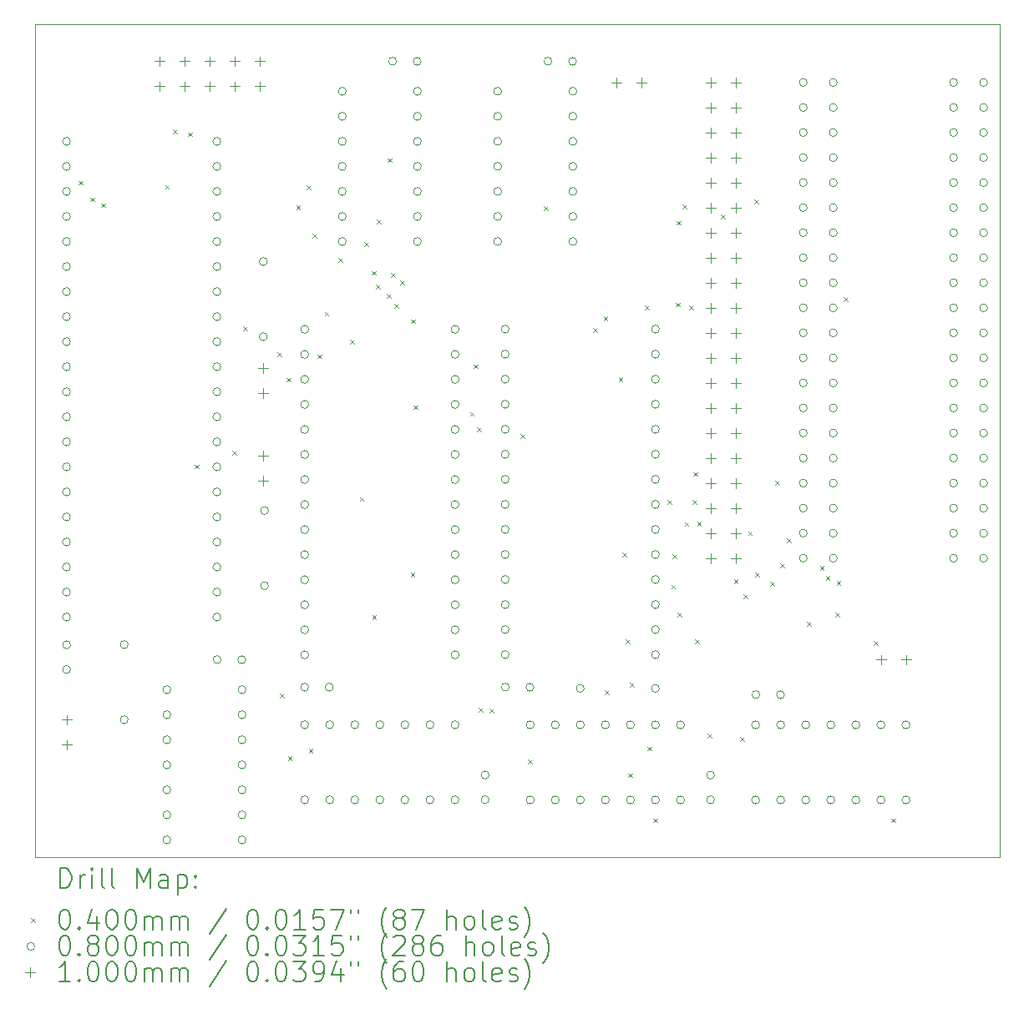
<source format=gbr>
%TF.GenerationSoftware,KiCad,Pcbnew,(6.0.11)*%
%TF.CreationDate,2024-05-04T19:15:54+02:00*%
%TF.ProjectId,dolphindos3-kicad,646f6c70-6869-46e6-946f-73332d6b6963,2*%
%TF.SameCoordinates,Original*%
%TF.FileFunction,Drillmap*%
%TF.FilePolarity,Positive*%
%FSLAX45Y45*%
G04 Gerber Fmt 4.5, Leading zero omitted, Abs format (unit mm)*
G04 Created by KiCad (PCBNEW (6.0.11)) date 2024-05-04 19:15:54*
%MOMM*%
%LPD*%
G01*
G04 APERTURE LIST*
%ADD10C,0.050000*%
%ADD11C,0.200000*%
%ADD12C,0.040000*%
%ADD13C,0.080000*%
%ADD14C,0.100000*%
G04 APERTURE END LIST*
D10*
X5344160Y-7095490D02*
X15123160Y-7095490D01*
X15123160Y-7095490D02*
X15123160Y-15540990D01*
X15123160Y-15540990D02*
X5344160Y-15540990D01*
X5344160Y-15540990D02*
X5344160Y-7095490D01*
D11*
D12*
X5787460Y-8679570D02*
X5827460Y-8719570D01*
X5827460Y-8679570D02*
X5787460Y-8719570D01*
X5906740Y-8849950D02*
X5946740Y-8889950D01*
X5946740Y-8849950D02*
X5906740Y-8889950D01*
X6017410Y-8908780D02*
X6057410Y-8948780D01*
X6057410Y-8908780D02*
X6017410Y-8948780D01*
X6662590Y-8721620D02*
X6702590Y-8761620D01*
X6702590Y-8721620D02*
X6662590Y-8761620D01*
X6741190Y-8159170D02*
X6781190Y-8199170D01*
X6781190Y-8159170D02*
X6741190Y-8199170D01*
X6897060Y-8190380D02*
X6937060Y-8230380D01*
X6937060Y-8190380D02*
X6897060Y-8230380D01*
X6962280Y-11558290D02*
X7002280Y-11598290D01*
X7002280Y-11558290D02*
X6962280Y-11598290D01*
X7346170Y-11421090D02*
X7386170Y-11461090D01*
X7386170Y-11421090D02*
X7346170Y-11461090D01*
X7454740Y-10158820D02*
X7494740Y-10198820D01*
X7494740Y-10158820D02*
X7454740Y-10198820D01*
X7799250Y-10420280D02*
X7839250Y-10460280D01*
X7839250Y-10420280D02*
X7799250Y-10460280D01*
X7825810Y-13880810D02*
X7865810Y-13920810D01*
X7865810Y-13880810D02*
X7825810Y-13920810D01*
X7897490Y-10677290D02*
X7937490Y-10717290D01*
X7937490Y-10677290D02*
X7897490Y-10717290D01*
X7906190Y-14515110D02*
X7946190Y-14555110D01*
X7946190Y-14515110D02*
X7906190Y-14555110D01*
X7990940Y-8928410D02*
X8030940Y-8968410D01*
X8030940Y-8928410D02*
X7990940Y-8968410D01*
X8099670Y-8724220D02*
X8139670Y-8764220D01*
X8139670Y-8724220D02*
X8099670Y-8764220D01*
X8118140Y-14439600D02*
X8158140Y-14479600D01*
X8158140Y-14439600D02*
X8118140Y-14479600D01*
X8154250Y-9220850D02*
X8194250Y-9260850D01*
X8194250Y-9220850D02*
X8154250Y-9260850D01*
X8207340Y-10442060D02*
X8247340Y-10482060D01*
X8247340Y-10442060D02*
X8207340Y-10482060D01*
X8280040Y-10010630D02*
X8320040Y-10050630D01*
X8320040Y-10010630D02*
X8280040Y-10050630D01*
X8421090Y-9466080D02*
X8461090Y-9506080D01*
X8461090Y-9466080D02*
X8421090Y-9506080D01*
X8540010Y-10295930D02*
X8580010Y-10335930D01*
X8580010Y-10295930D02*
X8540010Y-10335930D01*
X8634580Y-11890160D02*
X8674580Y-11930160D01*
X8674580Y-11890160D02*
X8634580Y-11930160D01*
X8681970Y-9304810D02*
X8721970Y-9344810D01*
X8721970Y-9304810D02*
X8681970Y-9344810D01*
X8760220Y-9595670D02*
X8800220Y-9635670D01*
X8800220Y-9595670D02*
X8760220Y-9635670D01*
X8763010Y-13087780D02*
X8803010Y-13127780D01*
X8803010Y-13087780D02*
X8763010Y-13127780D01*
X8798600Y-9736920D02*
X8838600Y-9776920D01*
X8838600Y-9736920D02*
X8798600Y-9776920D01*
X8809510Y-9076210D02*
X8849510Y-9116210D01*
X8849510Y-9076210D02*
X8809510Y-9116210D01*
X8908110Y-9827990D02*
X8948110Y-9867990D01*
X8948110Y-9827990D02*
X8908110Y-9867990D01*
X8919390Y-8452640D02*
X8959390Y-8492640D01*
X8959390Y-8452640D02*
X8919390Y-8492640D01*
X8952600Y-9615620D02*
X8992600Y-9655620D01*
X8992600Y-9615620D02*
X8952600Y-9655620D01*
X8986750Y-9929560D02*
X9026750Y-9969560D01*
X9026750Y-9929560D02*
X8986750Y-9969560D01*
X9046440Y-9689660D02*
X9086440Y-9729660D01*
X9086440Y-9689660D02*
X9046440Y-9729660D01*
X9152040Y-12654400D02*
X9192040Y-12694400D01*
X9192040Y-12654400D02*
X9152040Y-12694400D01*
X9155650Y-10086070D02*
X9195650Y-10126070D01*
X9195650Y-10086070D02*
X9155650Y-10126070D01*
X9184450Y-10958410D02*
X9224450Y-10998410D01*
X9224450Y-10958410D02*
X9184450Y-10998410D01*
X9752390Y-11024860D02*
X9792390Y-11064860D01*
X9792390Y-11024860D02*
X9752390Y-11064860D01*
X9793630Y-10543740D02*
X9833630Y-10583740D01*
X9833630Y-10543740D02*
X9793630Y-10583740D01*
X9826060Y-11182900D02*
X9866060Y-11222900D01*
X9866060Y-11182900D02*
X9826060Y-11222900D01*
X9843430Y-14028450D02*
X9883430Y-14068450D01*
X9883430Y-14028450D02*
X9843430Y-14068450D01*
X9951820Y-14033620D02*
X9991820Y-14073620D01*
X9991820Y-14033620D02*
X9951820Y-14073620D01*
X10262240Y-11251880D02*
X10302240Y-11291880D01*
X10302240Y-11251880D02*
X10262240Y-11291880D01*
X10343700Y-14554390D02*
X10383700Y-14594390D01*
X10383700Y-14554390D02*
X10343700Y-14594390D01*
X10500990Y-8941500D02*
X10540990Y-8981500D01*
X10540990Y-8941500D02*
X10500990Y-8981500D01*
X11004130Y-10174130D02*
X11044130Y-10214130D01*
X11044130Y-10174130D02*
X11004130Y-10214130D01*
X11107660Y-10056140D02*
X11147660Y-10096140D01*
X11147660Y-10056140D02*
X11107660Y-10096140D01*
X11122490Y-13850860D02*
X11162490Y-13890860D01*
X11162490Y-13850860D02*
X11122490Y-13890860D01*
X11261040Y-10673310D02*
X11301040Y-10713310D01*
X11301040Y-10673310D02*
X11261040Y-10713310D01*
X11297720Y-12451400D02*
X11337720Y-12491400D01*
X11337720Y-12451400D02*
X11297720Y-12491400D01*
X11329550Y-13334890D02*
X11369550Y-13374890D01*
X11369550Y-13334890D02*
X11329550Y-13374890D01*
X11356820Y-14690600D02*
X11396820Y-14730600D01*
X11396820Y-14690600D02*
X11356820Y-14730600D01*
X11373830Y-13771670D02*
X11413830Y-13811670D01*
X11413830Y-13771670D02*
X11373830Y-13811670D01*
X11524310Y-9947800D02*
X11564310Y-9987800D01*
X11564310Y-9947800D02*
X11524310Y-9987800D01*
X11550100Y-14419550D02*
X11590100Y-14459550D01*
X11590100Y-14419550D02*
X11550100Y-14459550D01*
X11613700Y-15149730D02*
X11653700Y-15189730D01*
X11653700Y-15149730D02*
X11613700Y-15189730D01*
X11754430Y-11920580D02*
X11794430Y-11960580D01*
X11794430Y-11920580D02*
X11754430Y-11960580D01*
X11793970Y-12777650D02*
X11833970Y-12817650D01*
X11833970Y-12777650D02*
X11793970Y-12817650D01*
X11804050Y-12467620D02*
X11844050Y-12507620D01*
X11844050Y-12467620D02*
X11804050Y-12507620D01*
X11837220Y-9916840D02*
X11877220Y-9956840D01*
X11877220Y-9916840D02*
X11837220Y-9956840D01*
X11846250Y-9087690D02*
X11886250Y-9127690D01*
X11886250Y-9087690D02*
X11846250Y-9127690D01*
X11854770Y-13058780D02*
X11894770Y-13098780D01*
X11894770Y-13058780D02*
X11854770Y-13098780D01*
X11910210Y-8919010D02*
X11950210Y-8959010D01*
X11950210Y-8919010D02*
X11910210Y-8959010D01*
X11929450Y-12143410D02*
X11969450Y-12183410D01*
X11969450Y-12143410D02*
X11929450Y-12183410D01*
X11977680Y-9949000D02*
X12017680Y-9989000D01*
X12017680Y-9949000D02*
X11977680Y-9989000D01*
X12006720Y-11918240D02*
X12046720Y-11958240D01*
X12046720Y-11918240D02*
X12006720Y-11958240D01*
X12017060Y-11636070D02*
X12057060Y-11676070D01*
X12057060Y-11636070D02*
X12017060Y-11676070D01*
X12037440Y-13334890D02*
X12077440Y-13374890D01*
X12077440Y-13334890D02*
X12037440Y-13374890D01*
X12055670Y-12139080D02*
X12095670Y-12179080D01*
X12095670Y-12139080D02*
X12055670Y-12179080D01*
X12160350Y-14292290D02*
X12200350Y-14332290D01*
X12200350Y-14292290D02*
X12160350Y-14332290D01*
X12299010Y-9022210D02*
X12339010Y-9062210D01*
X12339010Y-9022210D02*
X12299010Y-9062210D01*
X12427520Y-12725740D02*
X12467520Y-12765740D01*
X12467520Y-12725740D02*
X12427520Y-12765740D01*
X12492890Y-14322140D02*
X12532890Y-14362140D01*
X12532890Y-14322140D02*
X12492890Y-14362140D01*
X12527050Y-12875970D02*
X12567050Y-12915970D01*
X12567050Y-12875970D02*
X12527050Y-12915970D01*
X12572610Y-12235560D02*
X12612610Y-12275560D01*
X12612610Y-12235560D02*
X12572610Y-12275560D01*
X12636300Y-8869360D02*
X12676300Y-8909360D01*
X12676300Y-8869360D02*
X12636300Y-8909360D01*
X12645280Y-12653170D02*
X12685280Y-12693170D01*
X12685280Y-12653170D02*
X12645280Y-12693170D01*
X12798600Y-12748250D02*
X12838600Y-12788250D01*
X12838600Y-12748250D02*
X12798600Y-12788250D01*
X12844580Y-11727000D02*
X12884580Y-11767000D01*
X12884580Y-11727000D02*
X12844580Y-11767000D01*
X12896010Y-12563620D02*
X12936010Y-12603620D01*
X12936010Y-12563620D02*
X12896010Y-12603620D01*
X12967140Y-12309060D02*
X13007140Y-12349060D01*
X13007140Y-12309060D02*
X12967140Y-12349060D01*
X13166690Y-13153580D02*
X13206690Y-13193580D01*
X13206690Y-13153580D02*
X13166690Y-13193580D01*
X13300500Y-12587340D02*
X13340500Y-12627340D01*
X13340500Y-12587340D02*
X13300500Y-12627340D01*
X13360300Y-12686500D02*
X13400300Y-12726500D01*
X13400300Y-12686500D02*
X13360300Y-12726500D01*
X13456510Y-13063910D02*
X13496510Y-13103910D01*
X13496510Y-13063910D02*
X13456510Y-13103910D01*
X13468850Y-12741620D02*
X13508850Y-12781620D01*
X13508850Y-12741620D02*
X13468850Y-12781620D01*
X13541950Y-9863090D02*
X13581950Y-9903090D01*
X13581950Y-9863090D02*
X13541950Y-9903090D01*
X13846180Y-13348170D02*
X13886180Y-13388170D01*
X13886180Y-13348170D02*
X13846180Y-13388170D01*
X14026200Y-15149730D02*
X14066200Y-15189730D01*
X14066200Y-15149730D02*
X14026200Y-15189730D01*
D13*
X5703700Y-8280400D02*
G75*
G03*
X5703700Y-8280400I-40000J0D01*
G01*
X5703700Y-8534400D02*
G75*
G03*
X5703700Y-8534400I-40000J0D01*
G01*
X5703700Y-8788400D02*
G75*
G03*
X5703700Y-8788400I-40000J0D01*
G01*
X5703700Y-9042400D02*
G75*
G03*
X5703700Y-9042400I-40000J0D01*
G01*
X5703700Y-9296400D02*
G75*
G03*
X5703700Y-9296400I-40000J0D01*
G01*
X5703700Y-9550400D02*
G75*
G03*
X5703700Y-9550400I-40000J0D01*
G01*
X5703700Y-9804400D02*
G75*
G03*
X5703700Y-9804400I-40000J0D01*
G01*
X5703700Y-10058400D02*
G75*
G03*
X5703700Y-10058400I-40000J0D01*
G01*
X5703700Y-10312400D02*
G75*
G03*
X5703700Y-10312400I-40000J0D01*
G01*
X5703700Y-10566400D02*
G75*
G03*
X5703700Y-10566400I-40000J0D01*
G01*
X5703700Y-10820400D02*
G75*
G03*
X5703700Y-10820400I-40000J0D01*
G01*
X5703700Y-11074400D02*
G75*
G03*
X5703700Y-11074400I-40000J0D01*
G01*
X5703700Y-11328400D02*
G75*
G03*
X5703700Y-11328400I-40000J0D01*
G01*
X5703700Y-11582400D02*
G75*
G03*
X5703700Y-11582400I-40000J0D01*
G01*
X5703700Y-11836400D02*
G75*
G03*
X5703700Y-11836400I-40000J0D01*
G01*
X5703700Y-12090400D02*
G75*
G03*
X5703700Y-12090400I-40000J0D01*
G01*
X5703700Y-12344400D02*
G75*
G03*
X5703700Y-12344400I-40000J0D01*
G01*
X5703700Y-12598400D02*
G75*
G03*
X5703700Y-12598400I-40000J0D01*
G01*
X5703700Y-12852400D02*
G75*
G03*
X5703700Y-12852400I-40000J0D01*
G01*
X5703700Y-13106400D02*
G75*
G03*
X5703700Y-13106400I-40000J0D01*
G01*
X5704200Y-13387800D02*
G75*
G03*
X5704200Y-13387800I-40000J0D01*
G01*
X5704200Y-13637800D02*
G75*
G03*
X5704200Y-13637800I-40000J0D01*
G01*
X6288400Y-13385800D02*
G75*
G03*
X6288400Y-13385800I-40000J0D01*
G01*
X6288400Y-14147800D02*
G75*
G03*
X6288400Y-14147800I-40000J0D01*
G01*
X6720200Y-13843000D02*
G75*
G03*
X6720200Y-13843000I-40000J0D01*
G01*
X6720200Y-14097000D02*
G75*
G03*
X6720200Y-14097000I-40000J0D01*
G01*
X6720200Y-14351000D02*
G75*
G03*
X6720200Y-14351000I-40000J0D01*
G01*
X6720200Y-14605000D02*
G75*
G03*
X6720200Y-14605000I-40000J0D01*
G01*
X6720200Y-14859000D02*
G75*
G03*
X6720200Y-14859000I-40000J0D01*
G01*
X6720200Y-15113000D02*
G75*
G03*
X6720200Y-15113000I-40000J0D01*
G01*
X6720200Y-15367000D02*
G75*
G03*
X6720200Y-15367000I-40000J0D01*
G01*
X7227700Y-8280400D02*
G75*
G03*
X7227700Y-8280400I-40000J0D01*
G01*
X7227700Y-8534400D02*
G75*
G03*
X7227700Y-8534400I-40000J0D01*
G01*
X7227700Y-8788400D02*
G75*
G03*
X7227700Y-8788400I-40000J0D01*
G01*
X7227700Y-9042400D02*
G75*
G03*
X7227700Y-9042400I-40000J0D01*
G01*
X7227700Y-9296400D02*
G75*
G03*
X7227700Y-9296400I-40000J0D01*
G01*
X7227700Y-9550400D02*
G75*
G03*
X7227700Y-9550400I-40000J0D01*
G01*
X7227700Y-9804400D02*
G75*
G03*
X7227700Y-9804400I-40000J0D01*
G01*
X7227700Y-10058400D02*
G75*
G03*
X7227700Y-10058400I-40000J0D01*
G01*
X7227700Y-10312400D02*
G75*
G03*
X7227700Y-10312400I-40000J0D01*
G01*
X7227700Y-10566400D02*
G75*
G03*
X7227700Y-10566400I-40000J0D01*
G01*
X7227700Y-10820400D02*
G75*
G03*
X7227700Y-10820400I-40000J0D01*
G01*
X7227700Y-11074400D02*
G75*
G03*
X7227700Y-11074400I-40000J0D01*
G01*
X7227700Y-11328400D02*
G75*
G03*
X7227700Y-11328400I-40000J0D01*
G01*
X7227700Y-11582400D02*
G75*
G03*
X7227700Y-11582400I-40000J0D01*
G01*
X7227700Y-11836400D02*
G75*
G03*
X7227700Y-11836400I-40000J0D01*
G01*
X7227700Y-12090400D02*
G75*
G03*
X7227700Y-12090400I-40000J0D01*
G01*
X7227700Y-12344400D02*
G75*
G03*
X7227700Y-12344400I-40000J0D01*
G01*
X7227700Y-12598400D02*
G75*
G03*
X7227700Y-12598400I-40000J0D01*
G01*
X7227700Y-12852400D02*
G75*
G03*
X7227700Y-12852400I-40000J0D01*
G01*
X7227700Y-13106400D02*
G75*
G03*
X7227700Y-13106400I-40000J0D01*
G01*
X7229700Y-13538200D02*
G75*
G03*
X7229700Y-13538200I-40000J0D01*
G01*
X7479700Y-13538200D02*
G75*
G03*
X7479700Y-13538200I-40000J0D01*
G01*
X7482200Y-13843000D02*
G75*
G03*
X7482200Y-13843000I-40000J0D01*
G01*
X7482200Y-14097000D02*
G75*
G03*
X7482200Y-14097000I-40000J0D01*
G01*
X7482200Y-14351000D02*
G75*
G03*
X7482200Y-14351000I-40000J0D01*
G01*
X7482200Y-14605000D02*
G75*
G03*
X7482200Y-14605000I-40000J0D01*
G01*
X7482200Y-14859000D02*
G75*
G03*
X7482200Y-14859000I-40000J0D01*
G01*
X7482200Y-15113000D02*
G75*
G03*
X7482200Y-15113000I-40000J0D01*
G01*
X7482200Y-15367000D02*
G75*
G03*
X7482200Y-15367000I-40000J0D01*
G01*
X7698100Y-9499600D02*
G75*
G03*
X7698100Y-9499600I-40000J0D01*
G01*
X7698100Y-10261600D02*
G75*
G03*
X7698100Y-10261600I-40000J0D01*
G01*
X7710800Y-12026900D02*
G75*
G03*
X7710800Y-12026900I-40000J0D01*
G01*
X7710800Y-12788900D02*
G75*
G03*
X7710800Y-12788900I-40000J0D01*
G01*
X8117200Y-13817600D02*
G75*
G03*
X8117200Y-13817600I-40000J0D01*
G01*
X8117200Y-14198600D02*
G75*
G03*
X8117200Y-14198600I-40000J0D01*
G01*
X8117200Y-14960600D02*
G75*
G03*
X8117200Y-14960600I-40000J0D01*
G01*
X8117700Y-10186900D02*
G75*
G03*
X8117700Y-10186900I-40000J0D01*
G01*
X8117700Y-10440900D02*
G75*
G03*
X8117700Y-10440900I-40000J0D01*
G01*
X8117700Y-10694900D02*
G75*
G03*
X8117700Y-10694900I-40000J0D01*
G01*
X8117700Y-10948900D02*
G75*
G03*
X8117700Y-10948900I-40000J0D01*
G01*
X8117700Y-11202900D02*
G75*
G03*
X8117700Y-11202900I-40000J0D01*
G01*
X8117700Y-11456900D02*
G75*
G03*
X8117700Y-11456900I-40000J0D01*
G01*
X8117700Y-11710900D02*
G75*
G03*
X8117700Y-11710900I-40000J0D01*
G01*
X8117700Y-11964900D02*
G75*
G03*
X8117700Y-11964900I-40000J0D01*
G01*
X8117700Y-12218900D02*
G75*
G03*
X8117700Y-12218900I-40000J0D01*
G01*
X8117700Y-12472900D02*
G75*
G03*
X8117700Y-12472900I-40000J0D01*
G01*
X8117700Y-12726900D02*
G75*
G03*
X8117700Y-12726900I-40000J0D01*
G01*
X8117700Y-12980900D02*
G75*
G03*
X8117700Y-12980900I-40000J0D01*
G01*
X8117700Y-13234900D02*
G75*
G03*
X8117700Y-13234900I-40000J0D01*
G01*
X8117700Y-13488900D02*
G75*
G03*
X8117700Y-13488900I-40000J0D01*
G01*
X8367200Y-13817600D02*
G75*
G03*
X8367200Y-13817600I-40000J0D01*
G01*
X8371200Y-14198600D02*
G75*
G03*
X8371200Y-14198600I-40000J0D01*
G01*
X8371200Y-14960600D02*
G75*
G03*
X8371200Y-14960600I-40000J0D01*
G01*
X8498200Y-7772400D02*
G75*
G03*
X8498200Y-7772400I-40000J0D01*
G01*
X8498200Y-8026400D02*
G75*
G03*
X8498200Y-8026400I-40000J0D01*
G01*
X8498200Y-8280400D02*
G75*
G03*
X8498200Y-8280400I-40000J0D01*
G01*
X8498200Y-8534400D02*
G75*
G03*
X8498200Y-8534400I-40000J0D01*
G01*
X8498200Y-8788400D02*
G75*
G03*
X8498200Y-8788400I-40000J0D01*
G01*
X8498200Y-9042400D02*
G75*
G03*
X8498200Y-9042400I-40000J0D01*
G01*
X8498200Y-9296400D02*
G75*
G03*
X8498200Y-9296400I-40000J0D01*
G01*
X8625200Y-14198600D02*
G75*
G03*
X8625200Y-14198600I-40000J0D01*
G01*
X8625200Y-14960600D02*
G75*
G03*
X8625200Y-14960600I-40000J0D01*
G01*
X8879200Y-14198600D02*
G75*
G03*
X8879200Y-14198600I-40000J0D01*
G01*
X8879200Y-14960600D02*
G75*
G03*
X8879200Y-14960600I-40000J0D01*
G01*
X9008200Y-7467600D02*
G75*
G03*
X9008200Y-7467600I-40000J0D01*
G01*
X9133200Y-14198600D02*
G75*
G03*
X9133200Y-14198600I-40000J0D01*
G01*
X9133200Y-14960600D02*
G75*
G03*
X9133200Y-14960600I-40000J0D01*
G01*
X9258200Y-7467600D02*
G75*
G03*
X9258200Y-7467600I-40000J0D01*
G01*
X9260200Y-7772400D02*
G75*
G03*
X9260200Y-7772400I-40000J0D01*
G01*
X9260200Y-8026400D02*
G75*
G03*
X9260200Y-8026400I-40000J0D01*
G01*
X9260200Y-8280400D02*
G75*
G03*
X9260200Y-8280400I-40000J0D01*
G01*
X9260200Y-8534400D02*
G75*
G03*
X9260200Y-8534400I-40000J0D01*
G01*
X9260200Y-8788400D02*
G75*
G03*
X9260200Y-8788400I-40000J0D01*
G01*
X9260200Y-9042400D02*
G75*
G03*
X9260200Y-9042400I-40000J0D01*
G01*
X9260200Y-9296400D02*
G75*
G03*
X9260200Y-9296400I-40000J0D01*
G01*
X9387200Y-14198600D02*
G75*
G03*
X9387200Y-14198600I-40000J0D01*
G01*
X9387200Y-14960600D02*
G75*
G03*
X9387200Y-14960600I-40000J0D01*
G01*
X9641200Y-14198600D02*
G75*
G03*
X9641200Y-14198600I-40000J0D01*
G01*
X9641200Y-14960600D02*
G75*
G03*
X9641200Y-14960600I-40000J0D01*
G01*
X9641700Y-10186900D02*
G75*
G03*
X9641700Y-10186900I-40000J0D01*
G01*
X9641700Y-10440900D02*
G75*
G03*
X9641700Y-10440900I-40000J0D01*
G01*
X9641700Y-10694900D02*
G75*
G03*
X9641700Y-10694900I-40000J0D01*
G01*
X9641700Y-10948900D02*
G75*
G03*
X9641700Y-10948900I-40000J0D01*
G01*
X9641700Y-11202900D02*
G75*
G03*
X9641700Y-11202900I-40000J0D01*
G01*
X9641700Y-11456900D02*
G75*
G03*
X9641700Y-11456900I-40000J0D01*
G01*
X9641700Y-11710900D02*
G75*
G03*
X9641700Y-11710900I-40000J0D01*
G01*
X9641700Y-11964900D02*
G75*
G03*
X9641700Y-11964900I-40000J0D01*
G01*
X9641700Y-12218900D02*
G75*
G03*
X9641700Y-12218900I-40000J0D01*
G01*
X9641700Y-12472900D02*
G75*
G03*
X9641700Y-12472900I-40000J0D01*
G01*
X9641700Y-12726900D02*
G75*
G03*
X9641700Y-12726900I-40000J0D01*
G01*
X9641700Y-12980900D02*
G75*
G03*
X9641700Y-12980900I-40000J0D01*
G01*
X9641700Y-13234900D02*
G75*
G03*
X9641700Y-13234900I-40000J0D01*
G01*
X9641700Y-13488900D02*
G75*
G03*
X9641700Y-13488900I-40000J0D01*
G01*
X9946000Y-14708600D02*
G75*
G03*
X9946000Y-14708600I-40000J0D01*
G01*
X9946000Y-14958600D02*
G75*
G03*
X9946000Y-14958600I-40000J0D01*
G01*
X10074000Y-7771900D02*
G75*
G03*
X10074000Y-7771900I-40000J0D01*
G01*
X10074000Y-8025900D02*
G75*
G03*
X10074000Y-8025900I-40000J0D01*
G01*
X10074000Y-8279900D02*
G75*
G03*
X10074000Y-8279900I-40000J0D01*
G01*
X10074000Y-8533900D02*
G75*
G03*
X10074000Y-8533900I-40000J0D01*
G01*
X10074000Y-8787900D02*
G75*
G03*
X10074000Y-8787900I-40000J0D01*
G01*
X10074000Y-9041900D02*
G75*
G03*
X10074000Y-9041900I-40000J0D01*
G01*
X10074000Y-9295900D02*
G75*
G03*
X10074000Y-9295900I-40000J0D01*
G01*
X10149200Y-10185400D02*
G75*
G03*
X10149200Y-10185400I-40000J0D01*
G01*
X10149200Y-10439400D02*
G75*
G03*
X10149200Y-10439400I-40000J0D01*
G01*
X10149200Y-10693400D02*
G75*
G03*
X10149200Y-10693400I-40000J0D01*
G01*
X10149200Y-10947400D02*
G75*
G03*
X10149200Y-10947400I-40000J0D01*
G01*
X10149200Y-11201400D02*
G75*
G03*
X10149200Y-11201400I-40000J0D01*
G01*
X10149200Y-11455400D02*
G75*
G03*
X10149200Y-11455400I-40000J0D01*
G01*
X10149200Y-11709400D02*
G75*
G03*
X10149200Y-11709400I-40000J0D01*
G01*
X10149200Y-11963400D02*
G75*
G03*
X10149200Y-11963400I-40000J0D01*
G01*
X10149200Y-12217400D02*
G75*
G03*
X10149200Y-12217400I-40000J0D01*
G01*
X10149200Y-12471400D02*
G75*
G03*
X10149200Y-12471400I-40000J0D01*
G01*
X10149200Y-12725400D02*
G75*
G03*
X10149200Y-12725400I-40000J0D01*
G01*
X10149200Y-12979400D02*
G75*
G03*
X10149200Y-12979400I-40000J0D01*
G01*
X10149200Y-13233400D02*
G75*
G03*
X10149200Y-13233400I-40000J0D01*
G01*
X10149200Y-13487400D02*
G75*
G03*
X10149200Y-13487400I-40000J0D01*
G01*
X10151200Y-13817600D02*
G75*
G03*
X10151200Y-13817600I-40000J0D01*
G01*
X10401200Y-13817600D02*
G75*
G03*
X10401200Y-13817600I-40000J0D01*
G01*
X10403700Y-14199600D02*
G75*
G03*
X10403700Y-14199600I-40000J0D01*
G01*
X10403700Y-14961600D02*
G75*
G03*
X10403700Y-14961600I-40000J0D01*
G01*
X10583000Y-7467600D02*
G75*
G03*
X10583000Y-7467600I-40000J0D01*
G01*
X10657700Y-14199600D02*
G75*
G03*
X10657700Y-14199600I-40000J0D01*
G01*
X10657700Y-14961600D02*
G75*
G03*
X10657700Y-14961600I-40000J0D01*
G01*
X10833000Y-7467600D02*
G75*
G03*
X10833000Y-7467600I-40000J0D01*
G01*
X10836000Y-7771900D02*
G75*
G03*
X10836000Y-7771900I-40000J0D01*
G01*
X10836000Y-8025900D02*
G75*
G03*
X10836000Y-8025900I-40000J0D01*
G01*
X10836000Y-8279900D02*
G75*
G03*
X10836000Y-8279900I-40000J0D01*
G01*
X10836000Y-8533900D02*
G75*
G03*
X10836000Y-8533900I-40000J0D01*
G01*
X10836000Y-8787900D02*
G75*
G03*
X10836000Y-8787900I-40000J0D01*
G01*
X10836000Y-9041900D02*
G75*
G03*
X10836000Y-9041900I-40000J0D01*
G01*
X10836000Y-9295900D02*
G75*
G03*
X10836000Y-9295900I-40000J0D01*
G01*
X10911200Y-13830300D02*
G75*
G03*
X10911200Y-13830300I-40000J0D01*
G01*
X10911700Y-14199600D02*
G75*
G03*
X10911700Y-14199600I-40000J0D01*
G01*
X10911700Y-14961600D02*
G75*
G03*
X10911700Y-14961600I-40000J0D01*
G01*
X11165700Y-14199600D02*
G75*
G03*
X11165700Y-14199600I-40000J0D01*
G01*
X11165700Y-14961600D02*
G75*
G03*
X11165700Y-14961600I-40000J0D01*
G01*
X11419700Y-14199600D02*
G75*
G03*
X11419700Y-14199600I-40000J0D01*
G01*
X11419700Y-14961600D02*
G75*
G03*
X11419700Y-14961600I-40000J0D01*
G01*
X11673200Y-10185400D02*
G75*
G03*
X11673200Y-10185400I-40000J0D01*
G01*
X11673200Y-10439400D02*
G75*
G03*
X11673200Y-10439400I-40000J0D01*
G01*
X11673200Y-10693400D02*
G75*
G03*
X11673200Y-10693400I-40000J0D01*
G01*
X11673200Y-10947400D02*
G75*
G03*
X11673200Y-10947400I-40000J0D01*
G01*
X11673200Y-11201400D02*
G75*
G03*
X11673200Y-11201400I-40000J0D01*
G01*
X11673200Y-11455400D02*
G75*
G03*
X11673200Y-11455400I-40000J0D01*
G01*
X11673200Y-11709400D02*
G75*
G03*
X11673200Y-11709400I-40000J0D01*
G01*
X11673200Y-11963400D02*
G75*
G03*
X11673200Y-11963400I-40000J0D01*
G01*
X11673200Y-12217400D02*
G75*
G03*
X11673200Y-12217400I-40000J0D01*
G01*
X11673200Y-12471400D02*
G75*
G03*
X11673200Y-12471400I-40000J0D01*
G01*
X11673200Y-12725400D02*
G75*
G03*
X11673200Y-12725400I-40000J0D01*
G01*
X11673200Y-12979400D02*
G75*
G03*
X11673200Y-12979400I-40000J0D01*
G01*
X11673200Y-13233400D02*
G75*
G03*
X11673200Y-13233400I-40000J0D01*
G01*
X11673200Y-13487400D02*
G75*
G03*
X11673200Y-13487400I-40000J0D01*
G01*
X11673200Y-13830300D02*
G75*
G03*
X11673200Y-13830300I-40000J0D01*
G01*
X11673700Y-14199600D02*
G75*
G03*
X11673700Y-14199600I-40000J0D01*
G01*
X11673700Y-14961600D02*
G75*
G03*
X11673700Y-14961600I-40000J0D01*
G01*
X11927700Y-14199600D02*
G75*
G03*
X11927700Y-14199600I-40000J0D01*
G01*
X11927700Y-14961600D02*
G75*
G03*
X11927700Y-14961600I-40000J0D01*
G01*
X12232000Y-14710600D02*
G75*
G03*
X12232000Y-14710600I-40000J0D01*
G01*
X12232000Y-14960600D02*
G75*
G03*
X12232000Y-14960600I-40000J0D01*
G01*
X12689200Y-14199600D02*
G75*
G03*
X12689200Y-14199600I-40000J0D01*
G01*
X12689200Y-14961600D02*
G75*
G03*
X12689200Y-14961600I-40000J0D01*
G01*
X12691200Y-13893800D02*
G75*
G03*
X12691200Y-13893800I-40000J0D01*
G01*
X12941200Y-13893800D02*
G75*
G03*
X12941200Y-13893800I-40000J0D01*
G01*
X12943200Y-14199600D02*
G75*
G03*
X12943200Y-14199600I-40000J0D01*
G01*
X12943200Y-14961600D02*
G75*
G03*
X12943200Y-14961600I-40000J0D01*
G01*
X13171800Y-7683000D02*
G75*
G03*
X13171800Y-7683000I-40000J0D01*
G01*
X13171800Y-7937000D02*
G75*
G03*
X13171800Y-7937000I-40000J0D01*
G01*
X13171800Y-8191000D02*
G75*
G03*
X13171800Y-8191000I-40000J0D01*
G01*
X13171800Y-8445000D02*
G75*
G03*
X13171800Y-8445000I-40000J0D01*
G01*
X13171800Y-8699000D02*
G75*
G03*
X13171800Y-8699000I-40000J0D01*
G01*
X13171800Y-8953000D02*
G75*
G03*
X13171800Y-8953000I-40000J0D01*
G01*
X13171800Y-9207000D02*
G75*
G03*
X13171800Y-9207000I-40000J0D01*
G01*
X13171800Y-9461000D02*
G75*
G03*
X13171800Y-9461000I-40000J0D01*
G01*
X13171800Y-9715000D02*
G75*
G03*
X13171800Y-9715000I-40000J0D01*
G01*
X13171800Y-9969000D02*
G75*
G03*
X13171800Y-9969000I-40000J0D01*
G01*
X13171800Y-10223000D02*
G75*
G03*
X13171800Y-10223000I-40000J0D01*
G01*
X13171800Y-10477000D02*
G75*
G03*
X13171800Y-10477000I-40000J0D01*
G01*
X13171800Y-10731000D02*
G75*
G03*
X13171800Y-10731000I-40000J0D01*
G01*
X13171800Y-10985000D02*
G75*
G03*
X13171800Y-10985000I-40000J0D01*
G01*
X13171800Y-11239000D02*
G75*
G03*
X13171800Y-11239000I-40000J0D01*
G01*
X13171800Y-11493000D02*
G75*
G03*
X13171800Y-11493000I-40000J0D01*
G01*
X13171800Y-11747000D02*
G75*
G03*
X13171800Y-11747000I-40000J0D01*
G01*
X13171800Y-12001000D02*
G75*
G03*
X13171800Y-12001000I-40000J0D01*
G01*
X13171800Y-12255000D02*
G75*
G03*
X13171800Y-12255000I-40000J0D01*
G01*
X13171800Y-12509000D02*
G75*
G03*
X13171800Y-12509000I-40000J0D01*
G01*
X13197200Y-14199600D02*
G75*
G03*
X13197200Y-14199600I-40000J0D01*
G01*
X13197200Y-14961600D02*
G75*
G03*
X13197200Y-14961600I-40000J0D01*
G01*
X13451200Y-14199600D02*
G75*
G03*
X13451200Y-14199600I-40000J0D01*
G01*
X13451200Y-14961600D02*
G75*
G03*
X13451200Y-14961600I-40000J0D01*
G01*
X13476100Y-7683500D02*
G75*
G03*
X13476100Y-7683500I-40000J0D01*
G01*
X13476100Y-7937500D02*
G75*
G03*
X13476100Y-7937500I-40000J0D01*
G01*
X13476100Y-8191500D02*
G75*
G03*
X13476100Y-8191500I-40000J0D01*
G01*
X13476100Y-8445500D02*
G75*
G03*
X13476100Y-8445500I-40000J0D01*
G01*
X13476100Y-8699500D02*
G75*
G03*
X13476100Y-8699500I-40000J0D01*
G01*
X13476100Y-8953500D02*
G75*
G03*
X13476100Y-8953500I-40000J0D01*
G01*
X13476100Y-9207500D02*
G75*
G03*
X13476100Y-9207500I-40000J0D01*
G01*
X13476100Y-9461500D02*
G75*
G03*
X13476100Y-9461500I-40000J0D01*
G01*
X13476100Y-9715500D02*
G75*
G03*
X13476100Y-9715500I-40000J0D01*
G01*
X13476100Y-9969500D02*
G75*
G03*
X13476100Y-9969500I-40000J0D01*
G01*
X13476100Y-10223500D02*
G75*
G03*
X13476100Y-10223500I-40000J0D01*
G01*
X13476100Y-10477500D02*
G75*
G03*
X13476100Y-10477500I-40000J0D01*
G01*
X13476100Y-10731500D02*
G75*
G03*
X13476100Y-10731500I-40000J0D01*
G01*
X13476100Y-10985500D02*
G75*
G03*
X13476100Y-10985500I-40000J0D01*
G01*
X13476100Y-11239500D02*
G75*
G03*
X13476100Y-11239500I-40000J0D01*
G01*
X13476100Y-11493500D02*
G75*
G03*
X13476100Y-11493500I-40000J0D01*
G01*
X13476100Y-11747500D02*
G75*
G03*
X13476100Y-11747500I-40000J0D01*
G01*
X13476100Y-12001500D02*
G75*
G03*
X13476100Y-12001500I-40000J0D01*
G01*
X13476100Y-12255500D02*
G75*
G03*
X13476100Y-12255500I-40000J0D01*
G01*
X13476100Y-12509500D02*
G75*
G03*
X13476100Y-12509500I-40000J0D01*
G01*
X13705200Y-14199600D02*
G75*
G03*
X13705200Y-14199600I-40000J0D01*
G01*
X13705200Y-14961600D02*
G75*
G03*
X13705200Y-14961600I-40000J0D01*
G01*
X13959200Y-14199600D02*
G75*
G03*
X13959200Y-14199600I-40000J0D01*
G01*
X13959200Y-14961600D02*
G75*
G03*
X13959200Y-14961600I-40000J0D01*
G01*
X14213200Y-14199600D02*
G75*
G03*
X14213200Y-14199600I-40000J0D01*
G01*
X14213200Y-14961600D02*
G75*
G03*
X14213200Y-14961600I-40000J0D01*
G01*
X14695800Y-7683000D02*
G75*
G03*
X14695800Y-7683000I-40000J0D01*
G01*
X14695800Y-7937000D02*
G75*
G03*
X14695800Y-7937000I-40000J0D01*
G01*
X14695800Y-8191000D02*
G75*
G03*
X14695800Y-8191000I-40000J0D01*
G01*
X14695800Y-8445000D02*
G75*
G03*
X14695800Y-8445000I-40000J0D01*
G01*
X14695800Y-8699000D02*
G75*
G03*
X14695800Y-8699000I-40000J0D01*
G01*
X14695800Y-8953000D02*
G75*
G03*
X14695800Y-8953000I-40000J0D01*
G01*
X14695800Y-9207000D02*
G75*
G03*
X14695800Y-9207000I-40000J0D01*
G01*
X14695800Y-9461000D02*
G75*
G03*
X14695800Y-9461000I-40000J0D01*
G01*
X14695800Y-9715000D02*
G75*
G03*
X14695800Y-9715000I-40000J0D01*
G01*
X14695800Y-9969000D02*
G75*
G03*
X14695800Y-9969000I-40000J0D01*
G01*
X14695800Y-10223000D02*
G75*
G03*
X14695800Y-10223000I-40000J0D01*
G01*
X14695800Y-10477000D02*
G75*
G03*
X14695800Y-10477000I-40000J0D01*
G01*
X14695800Y-10731000D02*
G75*
G03*
X14695800Y-10731000I-40000J0D01*
G01*
X14695800Y-10985000D02*
G75*
G03*
X14695800Y-10985000I-40000J0D01*
G01*
X14695800Y-11239000D02*
G75*
G03*
X14695800Y-11239000I-40000J0D01*
G01*
X14695800Y-11493000D02*
G75*
G03*
X14695800Y-11493000I-40000J0D01*
G01*
X14695800Y-11747000D02*
G75*
G03*
X14695800Y-11747000I-40000J0D01*
G01*
X14695800Y-12001000D02*
G75*
G03*
X14695800Y-12001000I-40000J0D01*
G01*
X14695800Y-12255000D02*
G75*
G03*
X14695800Y-12255000I-40000J0D01*
G01*
X14695800Y-12509000D02*
G75*
G03*
X14695800Y-12509000I-40000J0D01*
G01*
X15000100Y-7683500D02*
G75*
G03*
X15000100Y-7683500I-40000J0D01*
G01*
X15000100Y-7937500D02*
G75*
G03*
X15000100Y-7937500I-40000J0D01*
G01*
X15000100Y-8191500D02*
G75*
G03*
X15000100Y-8191500I-40000J0D01*
G01*
X15000100Y-8445500D02*
G75*
G03*
X15000100Y-8445500I-40000J0D01*
G01*
X15000100Y-8699500D02*
G75*
G03*
X15000100Y-8699500I-40000J0D01*
G01*
X15000100Y-8953500D02*
G75*
G03*
X15000100Y-8953500I-40000J0D01*
G01*
X15000100Y-9207500D02*
G75*
G03*
X15000100Y-9207500I-40000J0D01*
G01*
X15000100Y-9461500D02*
G75*
G03*
X15000100Y-9461500I-40000J0D01*
G01*
X15000100Y-9715500D02*
G75*
G03*
X15000100Y-9715500I-40000J0D01*
G01*
X15000100Y-9969500D02*
G75*
G03*
X15000100Y-9969500I-40000J0D01*
G01*
X15000100Y-10223500D02*
G75*
G03*
X15000100Y-10223500I-40000J0D01*
G01*
X15000100Y-10477500D02*
G75*
G03*
X15000100Y-10477500I-40000J0D01*
G01*
X15000100Y-10731500D02*
G75*
G03*
X15000100Y-10731500I-40000J0D01*
G01*
X15000100Y-10985500D02*
G75*
G03*
X15000100Y-10985500I-40000J0D01*
G01*
X15000100Y-11239500D02*
G75*
G03*
X15000100Y-11239500I-40000J0D01*
G01*
X15000100Y-11493500D02*
G75*
G03*
X15000100Y-11493500I-40000J0D01*
G01*
X15000100Y-11747500D02*
G75*
G03*
X15000100Y-11747500I-40000J0D01*
G01*
X15000100Y-12001500D02*
G75*
G03*
X15000100Y-12001500I-40000J0D01*
G01*
X15000100Y-12255500D02*
G75*
G03*
X15000100Y-12255500I-40000J0D01*
G01*
X15000100Y-12509500D02*
G75*
G03*
X15000100Y-12509500I-40000J0D01*
G01*
D14*
X5664200Y-14097800D02*
X5664200Y-14197800D01*
X5614200Y-14147800D02*
X5714200Y-14147800D01*
X5664200Y-14351800D02*
X5664200Y-14451800D01*
X5614200Y-14401800D02*
X5714200Y-14401800D01*
X6604000Y-7417600D02*
X6604000Y-7517600D01*
X6554000Y-7467600D02*
X6654000Y-7467600D01*
X6604000Y-7671600D02*
X6604000Y-7771600D01*
X6554000Y-7721600D02*
X6654000Y-7721600D01*
X6858000Y-7417600D02*
X6858000Y-7517600D01*
X6808000Y-7467600D02*
X6908000Y-7467600D01*
X6858000Y-7671600D02*
X6858000Y-7771600D01*
X6808000Y-7721600D02*
X6908000Y-7721600D01*
X7112000Y-7417600D02*
X7112000Y-7517600D01*
X7062000Y-7467600D02*
X7162000Y-7467600D01*
X7112000Y-7671600D02*
X7112000Y-7771600D01*
X7062000Y-7721600D02*
X7162000Y-7721600D01*
X7366000Y-7417600D02*
X7366000Y-7517600D01*
X7316000Y-7467600D02*
X7416000Y-7467600D01*
X7366000Y-7671600D02*
X7366000Y-7771600D01*
X7316000Y-7721600D02*
X7416000Y-7721600D01*
X7620000Y-7417600D02*
X7620000Y-7517600D01*
X7570000Y-7467600D02*
X7670000Y-7467600D01*
X7620000Y-7671600D02*
X7620000Y-7771600D01*
X7570000Y-7721600D02*
X7670000Y-7721600D01*
X7658100Y-10529600D02*
X7658100Y-10629600D01*
X7608100Y-10579600D02*
X7708100Y-10579600D01*
X7658100Y-10783600D02*
X7658100Y-10883600D01*
X7608100Y-10833600D02*
X7708100Y-10833600D01*
X7658100Y-11418100D02*
X7658100Y-11518100D01*
X7608100Y-11468100D02*
X7708100Y-11468100D01*
X7658100Y-11672100D02*
X7658100Y-11772100D01*
X7608100Y-11722100D02*
X7708100Y-11722100D01*
X11240000Y-7633500D02*
X11240000Y-7733500D01*
X11190000Y-7683500D02*
X11290000Y-7683500D01*
X11494000Y-7633500D02*
X11494000Y-7733500D01*
X11444000Y-7683500D02*
X11544000Y-7683500D01*
X12192000Y-7633000D02*
X12192000Y-7733000D01*
X12142000Y-7683000D02*
X12242000Y-7683000D01*
X12192000Y-7887000D02*
X12192000Y-7987000D01*
X12142000Y-7937000D02*
X12242000Y-7937000D01*
X12192000Y-8141000D02*
X12192000Y-8241000D01*
X12142000Y-8191000D02*
X12242000Y-8191000D01*
X12192000Y-8395000D02*
X12192000Y-8495000D01*
X12142000Y-8445000D02*
X12242000Y-8445000D01*
X12192000Y-8649000D02*
X12192000Y-8749000D01*
X12142000Y-8699000D02*
X12242000Y-8699000D01*
X12192000Y-8903000D02*
X12192000Y-9003000D01*
X12142000Y-8953000D02*
X12242000Y-8953000D01*
X12192000Y-9157000D02*
X12192000Y-9257000D01*
X12142000Y-9207000D02*
X12242000Y-9207000D01*
X12192000Y-9411000D02*
X12192000Y-9511000D01*
X12142000Y-9461000D02*
X12242000Y-9461000D01*
X12192000Y-9665000D02*
X12192000Y-9765000D01*
X12142000Y-9715000D02*
X12242000Y-9715000D01*
X12192000Y-9919000D02*
X12192000Y-10019000D01*
X12142000Y-9969000D02*
X12242000Y-9969000D01*
X12192000Y-10173000D02*
X12192000Y-10273000D01*
X12142000Y-10223000D02*
X12242000Y-10223000D01*
X12192000Y-10427000D02*
X12192000Y-10527000D01*
X12142000Y-10477000D02*
X12242000Y-10477000D01*
X12192000Y-10681000D02*
X12192000Y-10781000D01*
X12142000Y-10731000D02*
X12242000Y-10731000D01*
X12192000Y-10935000D02*
X12192000Y-11035000D01*
X12142000Y-10985000D02*
X12242000Y-10985000D01*
X12192000Y-11189000D02*
X12192000Y-11289000D01*
X12142000Y-11239000D02*
X12242000Y-11239000D01*
X12192000Y-11443000D02*
X12192000Y-11543000D01*
X12142000Y-11493000D02*
X12242000Y-11493000D01*
X12192000Y-11697000D02*
X12192000Y-11797000D01*
X12142000Y-11747000D02*
X12242000Y-11747000D01*
X12192000Y-11951000D02*
X12192000Y-12051000D01*
X12142000Y-12001000D02*
X12242000Y-12001000D01*
X12192000Y-12205000D02*
X12192000Y-12305000D01*
X12142000Y-12255000D02*
X12242000Y-12255000D01*
X12192000Y-12459000D02*
X12192000Y-12559000D01*
X12142000Y-12509000D02*
X12242000Y-12509000D01*
X12446000Y-7633000D02*
X12446000Y-7733000D01*
X12396000Y-7683000D02*
X12496000Y-7683000D01*
X12446000Y-7887000D02*
X12446000Y-7987000D01*
X12396000Y-7937000D02*
X12496000Y-7937000D01*
X12446000Y-8141000D02*
X12446000Y-8241000D01*
X12396000Y-8191000D02*
X12496000Y-8191000D01*
X12446000Y-8395000D02*
X12446000Y-8495000D01*
X12396000Y-8445000D02*
X12496000Y-8445000D01*
X12446000Y-8649000D02*
X12446000Y-8749000D01*
X12396000Y-8699000D02*
X12496000Y-8699000D01*
X12446000Y-8903000D02*
X12446000Y-9003000D01*
X12396000Y-8953000D02*
X12496000Y-8953000D01*
X12446000Y-9157000D02*
X12446000Y-9257000D01*
X12396000Y-9207000D02*
X12496000Y-9207000D01*
X12446000Y-9411000D02*
X12446000Y-9511000D01*
X12396000Y-9461000D02*
X12496000Y-9461000D01*
X12446000Y-9665000D02*
X12446000Y-9765000D01*
X12396000Y-9715000D02*
X12496000Y-9715000D01*
X12446000Y-9919000D02*
X12446000Y-10019000D01*
X12396000Y-9969000D02*
X12496000Y-9969000D01*
X12446000Y-10173000D02*
X12446000Y-10273000D01*
X12396000Y-10223000D02*
X12496000Y-10223000D01*
X12446000Y-10427000D02*
X12446000Y-10527000D01*
X12396000Y-10477000D02*
X12496000Y-10477000D01*
X12446000Y-10681000D02*
X12446000Y-10781000D01*
X12396000Y-10731000D02*
X12496000Y-10731000D01*
X12446000Y-10935000D02*
X12446000Y-11035000D01*
X12396000Y-10985000D02*
X12496000Y-10985000D01*
X12446000Y-11189000D02*
X12446000Y-11289000D01*
X12396000Y-11239000D02*
X12496000Y-11239000D01*
X12446000Y-11443000D02*
X12446000Y-11543000D01*
X12396000Y-11493000D02*
X12496000Y-11493000D01*
X12446000Y-11697000D02*
X12446000Y-11797000D01*
X12396000Y-11747000D02*
X12496000Y-11747000D01*
X12446000Y-11951000D02*
X12446000Y-12051000D01*
X12396000Y-12001000D02*
X12496000Y-12001000D01*
X12446000Y-12205000D02*
X12446000Y-12305000D01*
X12396000Y-12255000D02*
X12496000Y-12255000D01*
X12446000Y-12459000D02*
X12446000Y-12559000D01*
X12396000Y-12509000D02*
X12496000Y-12509000D01*
X13919200Y-13488200D02*
X13919200Y-13588200D01*
X13869200Y-13538200D02*
X13969200Y-13538200D01*
X14173200Y-13488200D02*
X14173200Y-13588200D01*
X14123200Y-13538200D02*
X14223200Y-13538200D01*
D11*
X5599279Y-15853966D02*
X5599279Y-15653966D01*
X5646898Y-15653966D01*
X5675469Y-15663490D01*
X5694517Y-15682538D01*
X5704041Y-15701585D01*
X5713565Y-15739680D01*
X5713565Y-15768252D01*
X5704041Y-15806347D01*
X5694517Y-15825395D01*
X5675469Y-15844442D01*
X5646898Y-15853966D01*
X5599279Y-15853966D01*
X5799279Y-15853966D02*
X5799279Y-15720633D01*
X5799279Y-15758728D02*
X5808803Y-15739680D01*
X5818327Y-15730157D01*
X5837374Y-15720633D01*
X5856422Y-15720633D01*
X5923088Y-15853966D02*
X5923088Y-15720633D01*
X5923088Y-15653966D02*
X5913565Y-15663490D01*
X5923088Y-15673014D01*
X5932612Y-15663490D01*
X5923088Y-15653966D01*
X5923088Y-15673014D01*
X6046898Y-15853966D02*
X6027850Y-15844442D01*
X6018327Y-15825395D01*
X6018327Y-15653966D01*
X6151660Y-15853966D02*
X6132612Y-15844442D01*
X6123088Y-15825395D01*
X6123088Y-15653966D01*
X6380231Y-15853966D02*
X6380231Y-15653966D01*
X6446898Y-15796823D01*
X6513565Y-15653966D01*
X6513565Y-15853966D01*
X6694517Y-15853966D02*
X6694517Y-15749204D01*
X6684993Y-15730157D01*
X6665946Y-15720633D01*
X6627850Y-15720633D01*
X6608803Y-15730157D01*
X6694517Y-15844442D02*
X6675469Y-15853966D01*
X6627850Y-15853966D01*
X6608803Y-15844442D01*
X6599279Y-15825395D01*
X6599279Y-15806347D01*
X6608803Y-15787299D01*
X6627850Y-15777776D01*
X6675469Y-15777776D01*
X6694517Y-15768252D01*
X6789755Y-15720633D02*
X6789755Y-15920633D01*
X6789755Y-15730157D02*
X6808803Y-15720633D01*
X6846898Y-15720633D01*
X6865946Y-15730157D01*
X6875469Y-15739680D01*
X6884993Y-15758728D01*
X6884993Y-15815871D01*
X6875469Y-15834918D01*
X6865946Y-15844442D01*
X6846898Y-15853966D01*
X6808803Y-15853966D01*
X6789755Y-15844442D01*
X6970708Y-15834918D02*
X6980231Y-15844442D01*
X6970708Y-15853966D01*
X6961184Y-15844442D01*
X6970708Y-15834918D01*
X6970708Y-15853966D01*
X6970708Y-15730157D02*
X6980231Y-15739680D01*
X6970708Y-15749204D01*
X6961184Y-15739680D01*
X6970708Y-15730157D01*
X6970708Y-15749204D01*
D12*
X5301660Y-16163490D02*
X5341660Y-16203490D01*
X5341660Y-16163490D02*
X5301660Y-16203490D01*
D11*
X5637374Y-16073966D02*
X5656422Y-16073966D01*
X5675469Y-16083490D01*
X5684993Y-16093014D01*
X5694517Y-16112061D01*
X5704041Y-16150157D01*
X5704041Y-16197776D01*
X5694517Y-16235871D01*
X5684993Y-16254918D01*
X5675469Y-16264442D01*
X5656422Y-16273966D01*
X5637374Y-16273966D01*
X5618327Y-16264442D01*
X5608803Y-16254918D01*
X5599279Y-16235871D01*
X5589755Y-16197776D01*
X5589755Y-16150157D01*
X5599279Y-16112061D01*
X5608803Y-16093014D01*
X5618327Y-16083490D01*
X5637374Y-16073966D01*
X5789755Y-16254918D02*
X5799279Y-16264442D01*
X5789755Y-16273966D01*
X5780231Y-16264442D01*
X5789755Y-16254918D01*
X5789755Y-16273966D01*
X5970708Y-16140633D02*
X5970708Y-16273966D01*
X5923088Y-16064442D02*
X5875469Y-16207299D01*
X5999279Y-16207299D01*
X6113565Y-16073966D02*
X6132612Y-16073966D01*
X6151660Y-16083490D01*
X6161184Y-16093014D01*
X6170708Y-16112061D01*
X6180231Y-16150157D01*
X6180231Y-16197776D01*
X6170708Y-16235871D01*
X6161184Y-16254918D01*
X6151660Y-16264442D01*
X6132612Y-16273966D01*
X6113565Y-16273966D01*
X6094517Y-16264442D01*
X6084993Y-16254918D01*
X6075469Y-16235871D01*
X6065946Y-16197776D01*
X6065946Y-16150157D01*
X6075469Y-16112061D01*
X6084993Y-16093014D01*
X6094517Y-16083490D01*
X6113565Y-16073966D01*
X6304041Y-16073966D02*
X6323088Y-16073966D01*
X6342136Y-16083490D01*
X6351660Y-16093014D01*
X6361184Y-16112061D01*
X6370708Y-16150157D01*
X6370708Y-16197776D01*
X6361184Y-16235871D01*
X6351660Y-16254918D01*
X6342136Y-16264442D01*
X6323088Y-16273966D01*
X6304041Y-16273966D01*
X6284993Y-16264442D01*
X6275469Y-16254918D01*
X6265946Y-16235871D01*
X6256422Y-16197776D01*
X6256422Y-16150157D01*
X6265946Y-16112061D01*
X6275469Y-16093014D01*
X6284993Y-16083490D01*
X6304041Y-16073966D01*
X6456422Y-16273966D02*
X6456422Y-16140633D01*
X6456422Y-16159680D02*
X6465946Y-16150157D01*
X6484993Y-16140633D01*
X6513565Y-16140633D01*
X6532612Y-16150157D01*
X6542136Y-16169204D01*
X6542136Y-16273966D01*
X6542136Y-16169204D02*
X6551660Y-16150157D01*
X6570708Y-16140633D01*
X6599279Y-16140633D01*
X6618327Y-16150157D01*
X6627850Y-16169204D01*
X6627850Y-16273966D01*
X6723088Y-16273966D02*
X6723088Y-16140633D01*
X6723088Y-16159680D02*
X6732612Y-16150157D01*
X6751660Y-16140633D01*
X6780231Y-16140633D01*
X6799279Y-16150157D01*
X6808803Y-16169204D01*
X6808803Y-16273966D01*
X6808803Y-16169204D02*
X6818327Y-16150157D01*
X6837374Y-16140633D01*
X6865946Y-16140633D01*
X6884993Y-16150157D01*
X6894517Y-16169204D01*
X6894517Y-16273966D01*
X7284993Y-16064442D02*
X7113565Y-16321585D01*
X7542136Y-16073966D02*
X7561184Y-16073966D01*
X7580231Y-16083490D01*
X7589755Y-16093014D01*
X7599279Y-16112061D01*
X7608803Y-16150157D01*
X7608803Y-16197776D01*
X7599279Y-16235871D01*
X7589755Y-16254918D01*
X7580231Y-16264442D01*
X7561184Y-16273966D01*
X7542136Y-16273966D01*
X7523088Y-16264442D01*
X7513565Y-16254918D01*
X7504041Y-16235871D01*
X7494517Y-16197776D01*
X7494517Y-16150157D01*
X7504041Y-16112061D01*
X7513565Y-16093014D01*
X7523088Y-16083490D01*
X7542136Y-16073966D01*
X7694517Y-16254918D02*
X7704041Y-16264442D01*
X7694517Y-16273966D01*
X7684993Y-16264442D01*
X7694517Y-16254918D01*
X7694517Y-16273966D01*
X7827850Y-16073966D02*
X7846898Y-16073966D01*
X7865946Y-16083490D01*
X7875469Y-16093014D01*
X7884993Y-16112061D01*
X7894517Y-16150157D01*
X7894517Y-16197776D01*
X7884993Y-16235871D01*
X7875469Y-16254918D01*
X7865946Y-16264442D01*
X7846898Y-16273966D01*
X7827850Y-16273966D01*
X7808803Y-16264442D01*
X7799279Y-16254918D01*
X7789755Y-16235871D01*
X7780231Y-16197776D01*
X7780231Y-16150157D01*
X7789755Y-16112061D01*
X7799279Y-16093014D01*
X7808803Y-16083490D01*
X7827850Y-16073966D01*
X8084993Y-16273966D02*
X7970708Y-16273966D01*
X8027850Y-16273966D02*
X8027850Y-16073966D01*
X8008803Y-16102538D01*
X7989755Y-16121585D01*
X7970708Y-16131109D01*
X8265946Y-16073966D02*
X8170708Y-16073966D01*
X8161184Y-16169204D01*
X8170708Y-16159680D01*
X8189755Y-16150157D01*
X8237374Y-16150157D01*
X8256422Y-16159680D01*
X8265946Y-16169204D01*
X8275469Y-16188252D01*
X8275469Y-16235871D01*
X8265946Y-16254918D01*
X8256422Y-16264442D01*
X8237374Y-16273966D01*
X8189755Y-16273966D01*
X8170708Y-16264442D01*
X8161184Y-16254918D01*
X8342136Y-16073966D02*
X8475470Y-16073966D01*
X8389755Y-16273966D01*
X8542136Y-16073966D02*
X8542136Y-16112061D01*
X8618327Y-16073966D02*
X8618327Y-16112061D01*
X8913565Y-16350157D02*
X8904041Y-16340633D01*
X8884993Y-16312061D01*
X8875470Y-16293014D01*
X8865946Y-16264442D01*
X8856422Y-16216823D01*
X8856422Y-16178728D01*
X8865946Y-16131109D01*
X8875470Y-16102538D01*
X8884993Y-16083490D01*
X8904041Y-16054918D01*
X8913565Y-16045395D01*
X9018327Y-16159680D02*
X8999279Y-16150157D01*
X8989755Y-16140633D01*
X8980231Y-16121585D01*
X8980231Y-16112061D01*
X8989755Y-16093014D01*
X8999279Y-16083490D01*
X9018327Y-16073966D01*
X9056422Y-16073966D01*
X9075470Y-16083490D01*
X9084993Y-16093014D01*
X9094517Y-16112061D01*
X9094517Y-16121585D01*
X9084993Y-16140633D01*
X9075470Y-16150157D01*
X9056422Y-16159680D01*
X9018327Y-16159680D01*
X8999279Y-16169204D01*
X8989755Y-16178728D01*
X8980231Y-16197776D01*
X8980231Y-16235871D01*
X8989755Y-16254918D01*
X8999279Y-16264442D01*
X9018327Y-16273966D01*
X9056422Y-16273966D01*
X9075470Y-16264442D01*
X9084993Y-16254918D01*
X9094517Y-16235871D01*
X9094517Y-16197776D01*
X9084993Y-16178728D01*
X9075470Y-16169204D01*
X9056422Y-16159680D01*
X9161184Y-16073966D02*
X9294517Y-16073966D01*
X9208803Y-16273966D01*
X9523089Y-16273966D02*
X9523089Y-16073966D01*
X9608803Y-16273966D02*
X9608803Y-16169204D01*
X9599279Y-16150157D01*
X9580231Y-16140633D01*
X9551660Y-16140633D01*
X9532612Y-16150157D01*
X9523089Y-16159680D01*
X9732612Y-16273966D02*
X9713565Y-16264442D01*
X9704041Y-16254918D01*
X9694517Y-16235871D01*
X9694517Y-16178728D01*
X9704041Y-16159680D01*
X9713565Y-16150157D01*
X9732612Y-16140633D01*
X9761184Y-16140633D01*
X9780231Y-16150157D01*
X9789755Y-16159680D01*
X9799279Y-16178728D01*
X9799279Y-16235871D01*
X9789755Y-16254918D01*
X9780231Y-16264442D01*
X9761184Y-16273966D01*
X9732612Y-16273966D01*
X9913565Y-16273966D02*
X9894517Y-16264442D01*
X9884993Y-16245395D01*
X9884993Y-16073966D01*
X10065946Y-16264442D02*
X10046898Y-16273966D01*
X10008803Y-16273966D01*
X9989755Y-16264442D01*
X9980231Y-16245395D01*
X9980231Y-16169204D01*
X9989755Y-16150157D01*
X10008803Y-16140633D01*
X10046898Y-16140633D01*
X10065946Y-16150157D01*
X10075470Y-16169204D01*
X10075470Y-16188252D01*
X9980231Y-16207299D01*
X10151660Y-16264442D02*
X10170708Y-16273966D01*
X10208803Y-16273966D01*
X10227850Y-16264442D01*
X10237374Y-16245395D01*
X10237374Y-16235871D01*
X10227850Y-16216823D01*
X10208803Y-16207299D01*
X10180231Y-16207299D01*
X10161184Y-16197776D01*
X10151660Y-16178728D01*
X10151660Y-16169204D01*
X10161184Y-16150157D01*
X10180231Y-16140633D01*
X10208803Y-16140633D01*
X10227850Y-16150157D01*
X10304041Y-16350157D02*
X10313565Y-16340633D01*
X10332612Y-16312061D01*
X10342136Y-16293014D01*
X10351660Y-16264442D01*
X10361184Y-16216823D01*
X10361184Y-16178728D01*
X10351660Y-16131109D01*
X10342136Y-16102538D01*
X10332612Y-16083490D01*
X10313565Y-16054918D01*
X10304041Y-16045395D01*
D13*
X5341660Y-16447490D02*
G75*
G03*
X5341660Y-16447490I-40000J0D01*
G01*
D11*
X5637374Y-16337966D02*
X5656422Y-16337966D01*
X5675469Y-16347490D01*
X5684993Y-16357014D01*
X5694517Y-16376061D01*
X5704041Y-16414157D01*
X5704041Y-16461776D01*
X5694517Y-16499871D01*
X5684993Y-16518918D01*
X5675469Y-16528442D01*
X5656422Y-16537966D01*
X5637374Y-16537966D01*
X5618327Y-16528442D01*
X5608803Y-16518918D01*
X5599279Y-16499871D01*
X5589755Y-16461776D01*
X5589755Y-16414157D01*
X5599279Y-16376061D01*
X5608803Y-16357014D01*
X5618327Y-16347490D01*
X5637374Y-16337966D01*
X5789755Y-16518918D02*
X5799279Y-16528442D01*
X5789755Y-16537966D01*
X5780231Y-16528442D01*
X5789755Y-16518918D01*
X5789755Y-16537966D01*
X5913565Y-16423680D02*
X5894517Y-16414157D01*
X5884993Y-16404633D01*
X5875469Y-16385585D01*
X5875469Y-16376061D01*
X5884993Y-16357014D01*
X5894517Y-16347490D01*
X5913565Y-16337966D01*
X5951660Y-16337966D01*
X5970708Y-16347490D01*
X5980231Y-16357014D01*
X5989755Y-16376061D01*
X5989755Y-16385585D01*
X5980231Y-16404633D01*
X5970708Y-16414157D01*
X5951660Y-16423680D01*
X5913565Y-16423680D01*
X5894517Y-16433204D01*
X5884993Y-16442728D01*
X5875469Y-16461776D01*
X5875469Y-16499871D01*
X5884993Y-16518918D01*
X5894517Y-16528442D01*
X5913565Y-16537966D01*
X5951660Y-16537966D01*
X5970708Y-16528442D01*
X5980231Y-16518918D01*
X5989755Y-16499871D01*
X5989755Y-16461776D01*
X5980231Y-16442728D01*
X5970708Y-16433204D01*
X5951660Y-16423680D01*
X6113565Y-16337966D02*
X6132612Y-16337966D01*
X6151660Y-16347490D01*
X6161184Y-16357014D01*
X6170708Y-16376061D01*
X6180231Y-16414157D01*
X6180231Y-16461776D01*
X6170708Y-16499871D01*
X6161184Y-16518918D01*
X6151660Y-16528442D01*
X6132612Y-16537966D01*
X6113565Y-16537966D01*
X6094517Y-16528442D01*
X6084993Y-16518918D01*
X6075469Y-16499871D01*
X6065946Y-16461776D01*
X6065946Y-16414157D01*
X6075469Y-16376061D01*
X6084993Y-16357014D01*
X6094517Y-16347490D01*
X6113565Y-16337966D01*
X6304041Y-16337966D02*
X6323088Y-16337966D01*
X6342136Y-16347490D01*
X6351660Y-16357014D01*
X6361184Y-16376061D01*
X6370708Y-16414157D01*
X6370708Y-16461776D01*
X6361184Y-16499871D01*
X6351660Y-16518918D01*
X6342136Y-16528442D01*
X6323088Y-16537966D01*
X6304041Y-16537966D01*
X6284993Y-16528442D01*
X6275469Y-16518918D01*
X6265946Y-16499871D01*
X6256422Y-16461776D01*
X6256422Y-16414157D01*
X6265946Y-16376061D01*
X6275469Y-16357014D01*
X6284993Y-16347490D01*
X6304041Y-16337966D01*
X6456422Y-16537966D02*
X6456422Y-16404633D01*
X6456422Y-16423680D02*
X6465946Y-16414157D01*
X6484993Y-16404633D01*
X6513565Y-16404633D01*
X6532612Y-16414157D01*
X6542136Y-16433204D01*
X6542136Y-16537966D01*
X6542136Y-16433204D02*
X6551660Y-16414157D01*
X6570708Y-16404633D01*
X6599279Y-16404633D01*
X6618327Y-16414157D01*
X6627850Y-16433204D01*
X6627850Y-16537966D01*
X6723088Y-16537966D02*
X6723088Y-16404633D01*
X6723088Y-16423680D02*
X6732612Y-16414157D01*
X6751660Y-16404633D01*
X6780231Y-16404633D01*
X6799279Y-16414157D01*
X6808803Y-16433204D01*
X6808803Y-16537966D01*
X6808803Y-16433204D02*
X6818327Y-16414157D01*
X6837374Y-16404633D01*
X6865946Y-16404633D01*
X6884993Y-16414157D01*
X6894517Y-16433204D01*
X6894517Y-16537966D01*
X7284993Y-16328442D02*
X7113565Y-16585585D01*
X7542136Y-16337966D02*
X7561184Y-16337966D01*
X7580231Y-16347490D01*
X7589755Y-16357014D01*
X7599279Y-16376061D01*
X7608803Y-16414157D01*
X7608803Y-16461776D01*
X7599279Y-16499871D01*
X7589755Y-16518918D01*
X7580231Y-16528442D01*
X7561184Y-16537966D01*
X7542136Y-16537966D01*
X7523088Y-16528442D01*
X7513565Y-16518918D01*
X7504041Y-16499871D01*
X7494517Y-16461776D01*
X7494517Y-16414157D01*
X7504041Y-16376061D01*
X7513565Y-16357014D01*
X7523088Y-16347490D01*
X7542136Y-16337966D01*
X7694517Y-16518918D02*
X7704041Y-16528442D01*
X7694517Y-16537966D01*
X7684993Y-16528442D01*
X7694517Y-16518918D01*
X7694517Y-16537966D01*
X7827850Y-16337966D02*
X7846898Y-16337966D01*
X7865946Y-16347490D01*
X7875469Y-16357014D01*
X7884993Y-16376061D01*
X7894517Y-16414157D01*
X7894517Y-16461776D01*
X7884993Y-16499871D01*
X7875469Y-16518918D01*
X7865946Y-16528442D01*
X7846898Y-16537966D01*
X7827850Y-16537966D01*
X7808803Y-16528442D01*
X7799279Y-16518918D01*
X7789755Y-16499871D01*
X7780231Y-16461776D01*
X7780231Y-16414157D01*
X7789755Y-16376061D01*
X7799279Y-16357014D01*
X7808803Y-16347490D01*
X7827850Y-16337966D01*
X7961184Y-16337966D02*
X8084993Y-16337966D01*
X8018327Y-16414157D01*
X8046898Y-16414157D01*
X8065946Y-16423680D01*
X8075469Y-16433204D01*
X8084993Y-16452252D01*
X8084993Y-16499871D01*
X8075469Y-16518918D01*
X8065946Y-16528442D01*
X8046898Y-16537966D01*
X7989755Y-16537966D01*
X7970708Y-16528442D01*
X7961184Y-16518918D01*
X8275469Y-16537966D02*
X8161184Y-16537966D01*
X8218327Y-16537966D02*
X8218327Y-16337966D01*
X8199279Y-16366538D01*
X8180231Y-16385585D01*
X8161184Y-16395109D01*
X8456422Y-16337966D02*
X8361184Y-16337966D01*
X8351660Y-16433204D01*
X8361184Y-16423680D01*
X8380231Y-16414157D01*
X8427850Y-16414157D01*
X8446898Y-16423680D01*
X8456422Y-16433204D01*
X8465946Y-16452252D01*
X8465946Y-16499871D01*
X8456422Y-16518918D01*
X8446898Y-16528442D01*
X8427850Y-16537966D01*
X8380231Y-16537966D01*
X8361184Y-16528442D01*
X8351660Y-16518918D01*
X8542136Y-16337966D02*
X8542136Y-16376061D01*
X8618327Y-16337966D02*
X8618327Y-16376061D01*
X8913565Y-16614157D02*
X8904041Y-16604633D01*
X8884993Y-16576061D01*
X8875470Y-16557014D01*
X8865946Y-16528442D01*
X8856422Y-16480823D01*
X8856422Y-16442728D01*
X8865946Y-16395109D01*
X8875470Y-16366538D01*
X8884993Y-16347490D01*
X8904041Y-16318918D01*
X8913565Y-16309395D01*
X8980231Y-16357014D02*
X8989755Y-16347490D01*
X9008803Y-16337966D01*
X9056422Y-16337966D01*
X9075470Y-16347490D01*
X9084993Y-16357014D01*
X9094517Y-16376061D01*
X9094517Y-16395109D01*
X9084993Y-16423680D01*
X8970708Y-16537966D01*
X9094517Y-16537966D01*
X9208803Y-16423680D02*
X9189755Y-16414157D01*
X9180231Y-16404633D01*
X9170708Y-16385585D01*
X9170708Y-16376061D01*
X9180231Y-16357014D01*
X9189755Y-16347490D01*
X9208803Y-16337966D01*
X9246898Y-16337966D01*
X9265946Y-16347490D01*
X9275470Y-16357014D01*
X9284993Y-16376061D01*
X9284993Y-16385585D01*
X9275470Y-16404633D01*
X9265946Y-16414157D01*
X9246898Y-16423680D01*
X9208803Y-16423680D01*
X9189755Y-16433204D01*
X9180231Y-16442728D01*
X9170708Y-16461776D01*
X9170708Y-16499871D01*
X9180231Y-16518918D01*
X9189755Y-16528442D01*
X9208803Y-16537966D01*
X9246898Y-16537966D01*
X9265946Y-16528442D01*
X9275470Y-16518918D01*
X9284993Y-16499871D01*
X9284993Y-16461776D01*
X9275470Y-16442728D01*
X9265946Y-16433204D01*
X9246898Y-16423680D01*
X9456422Y-16337966D02*
X9418327Y-16337966D01*
X9399279Y-16347490D01*
X9389755Y-16357014D01*
X9370708Y-16385585D01*
X9361184Y-16423680D01*
X9361184Y-16499871D01*
X9370708Y-16518918D01*
X9380231Y-16528442D01*
X9399279Y-16537966D01*
X9437374Y-16537966D01*
X9456422Y-16528442D01*
X9465946Y-16518918D01*
X9475470Y-16499871D01*
X9475470Y-16452252D01*
X9465946Y-16433204D01*
X9456422Y-16423680D01*
X9437374Y-16414157D01*
X9399279Y-16414157D01*
X9380231Y-16423680D01*
X9370708Y-16433204D01*
X9361184Y-16452252D01*
X9713565Y-16537966D02*
X9713565Y-16337966D01*
X9799279Y-16537966D02*
X9799279Y-16433204D01*
X9789755Y-16414157D01*
X9770708Y-16404633D01*
X9742136Y-16404633D01*
X9723089Y-16414157D01*
X9713565Y-16423680D01*
X9923089Y-16537966D02*
X9904041Y-16528442D01*
X9894517Y-16518918D01*
X9884993Y-16499871D01*
X9884993Y-16442728D01*
X9894517Y-16423680D01*
X9904041Y-16414157D01*
X9923089Y-16404633D01*
X9951660Y-16404633D01*
X9970708Y-16414157D01*
X9980231Y-16423680D01*
X9989755Y-16442728D01*
X9989755Y-16499871D01*
X9980231Y-16518918D01*
X9970708Y-16528442D01*
X9951660Y-16537966D01*
X9923089Y-16537966D01*
X10104041Y-16537966D02*
X10084993Y-16528442D01*
X10075470Y-16509395D01*
X10075470Y-16337966D01*
X10256422Y-16528442D02*
X10237374Y-16537966D01*
X10199279Y-16537966D01*
X10180231Y-16528442D01*
X10170708Y-16509395D01*
X10170708Y-16433204D01*
X10180231Y-16414157D01*
X10199279Y-16404633D01*
X10237374Y-16404633D01*
X10256422Y-16414157D01*
X10265946Y-16433204D01*
X10265946Y-16452252D01*
X10170708Y-16471299D01*
X10342136Y-16528442D02*
X10361184Y-16537966D01*
X10399279Y-16537966D01*
X10418327Y-16528442D01*
X10427850Y-16509395D01*
X10427850Y-16499871D01*
X10418327Y-16480823D01*
X10399279Y-16471299D01*
X10370708Y-16471299D01*
X10351660Y-16461776D01*
X10342136Y-16442728D01*
X10342136Y-16433204D01*
X10351660Y-16414157D01*
X10370708Y-16404633D01*
X10399279Y-16404633D01*
X10418327Y-16414157D01*
X10494517Y-16614157D02*
X10504041Y-16604633D01*
X10523089Y-16576061D01*
X10532612Y-16557014D01*
X10542136Y-16528442D01*
X10551660Y-16480823D01*
X10551660Y-16442728D01*
X10542136Y-16395109D01*
X10532612Y-16366538D01*
X10523089Y-16347490D01*
X10504041Y-16318918D01*
X10494517Y-16309395D01*
D14*
X5291660Y-16661490D02*
X5291660Y-16761490D01*
X5241660Y-16711490D02*
X5341660Y-16711490D01*
D11*
X5704041Y-16801966D02*
X5589755Y-16801966D01*
X5646898Y-16801966D02*
X5646898Y-16601966D01*
X5627850Y-16630538D01*
X5608803Y-16649585D01*
X5589755Y-16659109D01*
X5789755Y-16782919D02*
X5799279Y-16792442D01*
X5789755Y-16801966D01*
X5780231Y-16792442D01*
X5789755Y-16782919D01*
X5789755Y-16801966D01*
X5923088Y-16601966D02*
X5942136Y-16601966D01*
X5961184Y-16611490D01*
X5970708Y-16621014D01*
X5980231Y-16640061D01*
X5989755Y-16678157D01*
X5989755Y-16725776D01*
X5980231Y-16763871D01*
X5970708Y-16782919D01*
X5961184Y-16792442D01*
X5942136Y-16801966D01*
X5923088Y-16801966D01*
X5904041Y-16792442D01*
X5894517Y-16782919D01*
X5884993Y-16763871D01*
X5875469Y-16725776D01*
X5875469Y-16678157D01*
X5884993Y-16640061D01*
X5894517Y-16621014D01*
X5904041Y-16611490D01*
X5923088Y-16601966D01*
X6113565Y-16601966D02*
X6132612Y-16601966D01*
X6151660Y-16611490D01*
X6161184Y-16621014D01*
X6170708Y-16640061D01*
X6180231Y-16678157D01*
X6180231Y-16725776D01*
X6170708Y-16763871D01*
X6161184Y-16782919D01*
X6151660Y-16792442D01*
X6132612Y-16801966D01*
X6113565Y-16801966D01*
X6094517Y-16792442D01*
X6084993Y-16782919D01*
X6075469Y-16763871D01*
X6065946Y-16725776D01*
X6065946Y-16678157D01*
X6075469Y-16640061D01*
X6084993Y-16621014D01*
X6094517Y-16611490D01*
X6113565Y-16601966D01*
X6304041Y-16601966D02*
X6323088Y-16601966D01*
X6342136Y-16611490D01*
X6351660Y-16621014D01*
X6361184Y-16640061D01*
X6370708Y-16678157D01*
X6370708Y-16725776D01*
X6361184Y-16763871D01*
X6351660Y-16782919D01*
X6342136Y-16792442D01*
X6323088Y-16801966D01*
X6304041Y-16801966D01*
X6284993Y-16792442D01*
X6275469Y-16782919D01*
X6265946Y-16763871D01*
X6256422Y-16725776D01*
X6256422Y-16678157D01*
X6265946Y-16640061D01*
X6275469Y-16621014D01*
X6284993Y-16611490D01*
X6304041Y-16601966D01*
X6456422Y-16801966D02*
X6456422Y-16668633D01*
X6456422Y-16687680D02*
X6465946Y-16678157D01*
X6484993Y-16668633D01*
X6513565Y-16668633D01*
X6532612Y-16678157D01*
X6542136Y-16697204D01*
X6542136Y-16801966D01*
X6542136Y-16697204D02*
X6551660Y-16678157D01*
X6570708Y-16668633D01*
X6599279Y-16668633D01*
X6618327Y-16678157D01*
X6627850Y-16697204D01*
X6627850Y-16801966D01*
X6723088Y-16801966D02*
X6723088Y-16668633D01*
X6723088Y-16687680D02*
X6732612Y-16678157D01*
X6751660Y-16668633D01*
X6780231Y-16668633D01*
X6799279Y-16678157D01*
X6808803Y-16697204D01*
X6808803Y-16801966D01*
X6808803Y-16697204D02*
X6818327Y-16678157D01*
X6837374Y-16668633D01*
X6865946Y-16668633D01*
X6884993Y-16678157D01*
X6894517Y-16697204D01*
X6894517Y-16801966D01*
X7284993Y-16592442D02*
X7113565Y-16849585D01*
X7542136Y-16601966D02*
X7561184Y-16601966D01*
X7580231Y-16611490D01*
X7589755Y-16621014D01*
X7599279Y-16640061D01*
X7608803Y-16678157D01*
X7608803Y-16725776D01*
X7599279Y-16763871D01*
X7589755Y-16782919D01*
X7580231Y-16792442D01*
X7561184Y-16801966D01*
X7542136Y-16801966D01*
X7523088Y-16792442D01*
X7513565Y-16782919D01*
X7504041Y-16763871D01*
X7494517Y-16725776D01*
X7494517Y-16678157D01*
X7504041Y-16640061D01*
X7513565Y-16621014D01*
X7523088Y-16611490D01*
X7542136Y-16601966D01*
X7694517Y-16782919D02*
X7704041Y-16792442D01*
X7694517Y-16801966D01*
X7684993Y-16792442D01*
X7694517Y-16782919D01*
X7694517Y-16801966D01*
X7827850Y-16601966D02*
X7846898Y-16601966D01*
X7865946Y-16611490D01*
X7875469Y-16621014D01*
X7884993Y-16640061D01*
X7894517Y-16678157D01*
X7894517Y-16725776D01*
X7884993Y-16763871D01*
X7875469Y-16782919D01*
X7865946Y-16792442D01*
X7846898Y-16801966D01*
X7827850Y-16801966D01*
X7808803Y-16792442D01*
X7799279Y-16782919D01*
X7789755Y-16763871D01*
X7780231Y-16725776D01*
X7780231Y-16678157D01*
X7789755Y-16640061D01*
X7799279Y-16621014D01*
X7808803Y-16611490D01*
X7827850Y-16601966D01*
X7961184Y-16601966D02*
X8084993Y-16601966D01*
X8018327Y-16678157D01*
X8046898Y-16678157D01*
X8065946Y-16687680D01*
X8075469Y-16697204D01*
X8084993Y-16716252D01*
X8084993Y-16763871D01*
X8075469Y-16782919D01*
X8065946Y-16792442D01*
X8046898Y-16801966D01*
X7989755Y-16801966D01*
X7970708Y-16792442D01*
X7961184Y-16782919D01*
X8180231Y-16801966D02*
X8218327Y-16801966D01*
X8237374Y-16792442D01*
X8246898Y-16782919D01*
X8265946Y-16754347D01*
X8275469Y-16716252D01*
X8275469Y-16640061D01*
X8265946Y-16621014D01*
X8256422Y-16611490D01*
X8237374Y-16601966D01*
X8199279Y-16601966D01*
X8180231Y-16611490D01*
X8170708Y-16621014D01*
X8161184Y-16640061D01*
X8161184Y-16687680D01*
X8170708Y-16706728D01*
X8180231Y-16716252D01*
X8199279Y-16725776D01*
X8237374Y-16725776D01*
X8256422Y-16716252D01*
X8265946Y-16706728D01*
X8275469Y-16687680D01*
X8446898Y-16668633D02*
X8446898Y-16801966D01*
X8399279Y-16592442D02*
X8351660Y-16735299D01*
X8475470Y-16735299D01*
X8542136Y-16601966D02*
X8542136Y-16640061D01*
X8618327Y-16601966D02*
X8618327Y-16640061D01*
X8913565Y-16878157D02*
X8904041Y-16868633D01*
X8884993Y-16840061D01*
X8875470Y-16821014D01*
X8865946Y-16792442D01*
X8856422Y-16744823D01*
X8856422Y-16706728D01*
X8865946Y-16659109D01*
X8875470Y-16630538D01*
X8884993Y-16611490D01*
X8904041Y-16582918D01*
X8913565Y-16573395D01*
X9075470Y-16601966D02*
X9037374Y-16601966D01*
X9018327Y-16611490D01*
X9008803Y-16621014D01*
X8989755Y-16649585D01*
X8980231Y-16687680D01*
X8980231Y-16763871D01*
X8989755Y-16782919D01*
X8999279Y-16792442D01*
X9018327Y-16801966D01*
X9056422Y-16801966D01*
X9075470Y-16792442D01*
X9084993Y-16782919D01*
X9094517Y-16763871D01*
X9094517Y-16716252D01*
X9084993Y-16697204D01*
X9075470Y-16687680D01*
X9056422Y-16678157D01*
X9018327Y-16678157D01*
X8999279Y-16687680D01*
X8989755Y-16697204D01*
X8980231Y-16716252D01*
X9218327Y-16601966D02*
X9237374Y-16601966D01*
X9256422Y-16611490D01*
X9265946Y-16621014D01*
X9275470Y-16640061D01*
X9284993Y-16678157D01*
X9284993Y-16725776D01*
X9275470Y-16763871D01*
X9265946Y-16782919D01*
X9256422Y-16792442D01*
X9237374Y-16801966D01*
X9218327Y-16801966D01*
X9199279Y-16792442D01*
X9189755Y-16782919D01*
X9180231Y-16763871D01*
X9170708Y-16725776D01*
X9170708Y-16678157D01*
X9180231Y-16640061D01*
X9189755Y-16621014D01*
X9199279Y-16611490D01*
X9218327Y-16601966D01*
X9523089Y-16801966D02*
X9523089Y-16601966D01*
X9608803Y-16801966D02*
X9608803Y-16697204D01*
X9599279Y-16678157D01*
X9580231Y-16668633D01*
X9551660Y-16668633D01*
X9532612Y-16678157D01*
X9523089Y-16687680D01*
X9732612Y-16801966D02*
X9713565Y-16792442D01*
X9704041Y-16782919D01*
X9694517Y-16763871D01*
X9694517Y-16706728D01*
X9704041Y-16687680D01*
X9713565Y-16678157D01*
X9732612Y-16668633D01*
X9761184Y-16668633D01*
X9780231Y-16678157D01*
X9789755Y-16687680D01*
X9799279Y-16706728D01*
X9799279Y-16763871D01*
X9789755Y-16782919D01*
X9780231Y-16792442D01*
X9761184Y-16801966D01*
X9732612Y-16801966D01*
X9913565Y-16801966D02*
X9894517Y-16792442D01*
X9884993Y-16773395D01*
X9884993Y-16601966D01*
X10065946Y-16792442D02*
X10046898Y-16801966D01*
X10008803Y-16801966D01*
X9989755Y-16792442D01*
X9980231Y-16773395D01*
X9980231Y-16697204D01*
X9989755Y-16678157D01*
X10008803Y-16668633D01*
X10046898Y-16668633D01*
X10065946Y-16678157D01*
X10075470Y-16697204D01*
X10075470Y-16716252D01*
X9980231Y-16735299D01*
X10151660Y-16792442D02*
X10170708Y-16801966D01*
X10208803Y-16801966D01*
X10227850Y-16792442D01*
X10237374Y-16773395D01*
X10237374Y-16763871D01*
X10227850Y-16744823D01*
X10208803Y-16735299D01*
X10180231Y-16735299D01*
X10161184Y-16725776D01*
X10151660Y-16706728D01*
X10151660Y-16697204D01*
X10161184Y-16678157D01*
X10180231Y-16668633D01*
X10208803Y-16668633D01*
X10227850Y-16678157D01*
X10304041Y-16878157D02*
X10313565Y-16868633D01*
X10332612Y-16840061D01*
X10342136Y-16821014D01*
X10351660Y-16792442D01*
X10361184Y-16744823D01*
X10361184Y-16706728D01*
X10351660Y-16659109D01*
X10342136Y-16630538D01*
X10332612Y-16611490D01*
X10313565Y-16582918D01*
X10304041Y-16573395D01*
M02*

</source>
